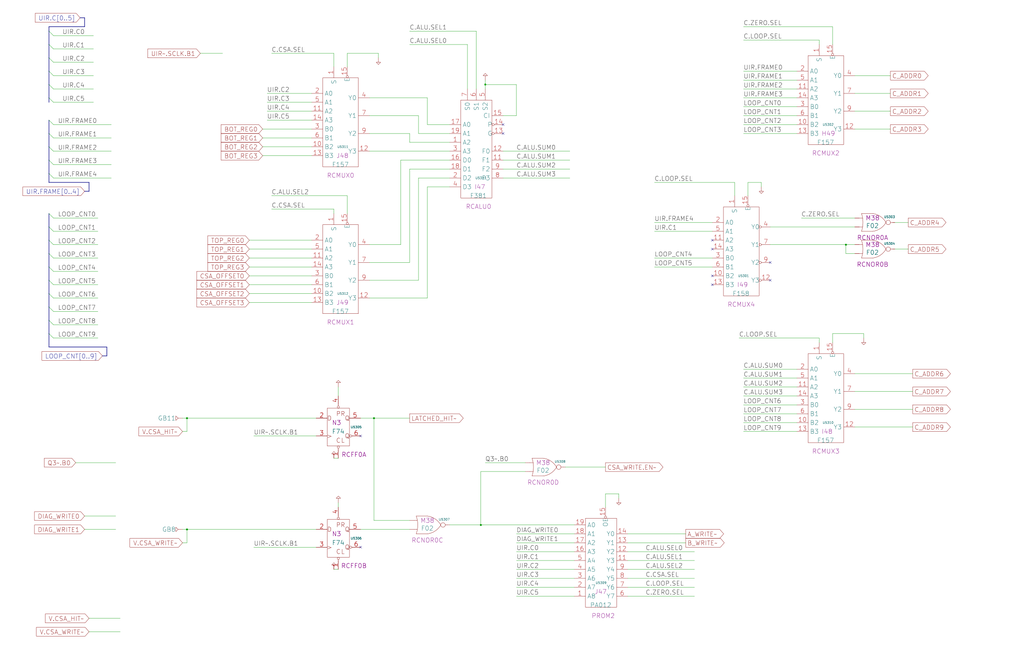
<source format=kicad_sch>
(kicad_sch (version 20250114) (generator "eeschema") (generator_version "9.0")
  (paper "User" 584.2 378.46)
  (title_block (title "REGISTER FILE CONTROL\\nC ADDRESS GENERATION") (date "22-MAR-90") (rev "1.0") (comment 1 "VALUE") (comment 2 "232-003063") (comment 3 "S400") (comment 4 "RELEASED"))
  (lib_symbols
    (symbol "r1000:F02" (pin_numbers (hide yes)) (pin_names (hide yes))
      (property "Reference" "U" (at 12.16 0.635 0))
      (property "Value" "F02" (at -1.27 -4.445 0))
      (property "Location" "___" (at 2.54 0 0))
      (property "Name" "______" (at 2.54 -12.7 0))
      (symbol "F02_0_1"
        (arc (start -3.81 2.54) (mid -2.9847 -2.54) (end -3.81 -7.62) (stroke (width 0.1524)))
        (polyline (pts (xy -5.08 0) (xy -3.175 0)) (stroke (width 0.1524)))
        (polyline (pts (xy -5.08 -5.08) (xy -3.175 -5.08)) (stroke (width 0.1524)))
        (polyline (pts (xy -3.81 2.54) (xy 2.54 2.54)) (stroke (width 0.1524)))
        (polyline (pts (xy -3.81 -7.62) (xy 2.54 -7.62)) (stroke (width 0.1524)))
        (arc (start 2.54 2.54) (mid 6.9477 0.8966) (end 10.16 -2.54) (stroke (width 0.1524)))
        (arc (start 10.16 -2.54) (mid 6.9515 -5.9823) (end 2.54 -7.62) (stroke (width 0.1524)))
        (circle (center 11.43 -2.54) (radius 1.27) (stroke (width 0.1524)))
        (polyline (pts (xy 13.97 -2.54) (xy 12.7 -2.54)) (stroke (width 0.1524)))
      )
      (symbol "F02_0_2"
        (circle (center -3.81 0) (radius 1.27) (stroke (width 0.1524)))
        (circle (center -3.81 -5.08) (radius 1.27) (stroke (width 0.1524)))
        (polyline (pts (xy -2.54 2.54) (xy -2.54 -7.62)) (stroke (width 0.1524)))
        (polyline (pts (xy -2.54 2.54) (xy 5.08 2.54)) (stroke (width 0.1524)))
        (polyline (pts (xy -2.54 -7.62) (xy 5.08 -7.62)) (stroke (width 0.1524)))
        (arc (start 5.08 2.54) (mid 10.1281 -2.54) (end 5.08 -7.62) (stroke (width 0.1524)))
        (polyline (pts (xy 11.43 -2.54) (xy 10.16 -2.54)) (stroke (width 0.1524)))
        (polyline (pts (xy 11.43 -2.54) (xy 12.7 -2.54)) (stroke (width 0.1524)))
      )
      (symbol "F02_1_1"
        (pin input line (at -7.62 0 0) (length 2.54) (name "D0") (number "1"))
        (pin input line (at -7.62 -5.08 0) (length 2.54) (name "D1") (number "2"))
        (pin output line (at 15.24 -2.54 180) (length 1.27) (name "Q") (number "3"))
      )
      (symbol "F02_1_2"
        (pin input line (at -7.62 0 0) (length 2.54) (name "D0") (number "1"))
        (pin input line (at -7.62 -5.08 0) (length 2.54) (name "D1") (number "2"))
        (pin output line (at 15.24 -2.54 180) (length 2.54) (name "Q") (number "3"))
      )
    )
    (symbol "r1000:F157" (pin_names (offset 1.016))
      (property "Reference" "U" (at 2.54 5.08 0))
      (property "Value" "F157" (at -3.81 -5.08 0))
      (property "Location" "___" (at -1.27 0 0))
      (property "Name" "______" (at 1.27 -12.7 0))
      (symbol "F157_1_1"
        (rectangle (start -8.89 44.45) (end 11.43 -6.35))
        (circle (center 5.08 45.085) (radius 0.635))
        (pin input line (at -15.24 35.56 0) (length 6.35) (name "A0") (number "2"))
        (pin input line (at -15.24 30.48 0) (length 6.35) (name "A1") (number "5"))
        (pin input line (at -15.24 25.4 0) (length 6.35) (name "A2") (number "11"))
        (pin input line (at -15.24 20.32 0) (length 6.35) (name "A3") (number "14"))
        (pin input line (at -15.24 15.24 0) (length 6.35) (name "B0") (number "3"))
        (pin input line (at -15.24 10.16 0) (length 6.35) (name "B1") (number "6"))
        (pin input line (at -15.24 5.08 0) (length 6.35) (name "B2") (number "10"))
        (pin input line (at -15.24 0 0) (length 6.35) (name "B3") (number "13"))
        (pin input line (at -2.54 50.8 270) (length 6.35) (name "S") (number "1"))
        (pin input line (at 5.08 50.8 270) (length 5.08) (name "E") (number "15"))
        (pin output line (at 17.78 33.02 180) (length 6.35) (name "Y0") (number "4"))
        (pin output line (at 17.78 22.86 180) (length 6.35) (name "Y1") (number "7"))
        (pin output line (at 17.78 12.7 180) (length 6.35) (name "Y2") (number "9"))
        (pin output line (at 17.78 2.54 180) (length 6.35) (name "Y3") (number "12"))
      )
    )
    (symbol "r1000:F158" (pin_names (offset 1.016))
      (property "Reference" "U" (at 2.54 5.08 0))
      (property "Value" "F158" (at -3.81 -5.08 0))
      (property "Location" "___" (at -1.27 0 0))
      (property "Name" "______" (at 1.27 -12.7 0))
      (symbol "F158_1_1"
        (rectangle (start -8.89 44.45) (end 11.43 -6.35))
        (circle (center 5.08 45.085) (radius 0.635))
        (circle (center 12.065 33.02) (radius 0.635))
        (circle (center 12.065 22.86) (radius 0.635))
        (circle (center 12.065 12.7) (radius 0.635))
        (circle (center 12.065 2.54) (radius 0.635))
        (pin input line (at -15.24 35.56 0) (length 6.35) (name "A0") (number "2"))
        (pin input line (at -15.24 30.48 0) (length 6.35) (name "A1") (number "5"))
        (pin input line (at -15.24 25.4 0) (length 6.35) (name "A2") (number "11"))
        (pin input line (at -15.24 20.32 0) (length 6.35) (name "A3") (number "14"))
        (pin input line (at -15.24 15.24 0) (length 6.35) (name "B0") (number "3"))
        (pin input line (at -15.24 10.16 0) (length 6.35) (name "B1") (number "6"))
        (pin input line (at -15.24 5.08 0) (length 6.35) (name "B2") (number "10"))
        (pin input line (at -15.24 0 0) (length 6.35) (name "B3") (number "13"))
        (pin input line (at -2.54 50.8 270) (length 6.35) (name "S") (number "1"))
        (pin input line (at 5.08 50.8 270) (length 5.08) (name "E") (number "15"))
        (pin output line (at 17.78 33.02 180) (length 5.08) (name "Y0") (number "4"))
        (pin output line (at 17.78 22.86 180) (length 5.08) (name "Y1") (number "7"))
        (pin output line (at 17.78 12.7 180) (length 5.08) (name "Y2") (number "9"))
        (pin output line (at 17.78 2.54 180) (length 5.08) (name "Y3") (number "12"))
      )
    )
    (symbol "r1000:F381" (pin_names (offset 1.016))
      (property "Reference" "U" (at 2.54 5.08 0))
      (property "Value" "F381" (at -3.81 -5.08 0))
      (property "Location" "___" (at -1.27 0 0))
      (property "Name" "______" (at 1.27 -12.7 0))
      (symbol "F381_1_1"
        (rectangle (start -8.89 49.53) (end 8.89 -6.35))
        (circle (center 9.525 35.56) (radius 0.635))
        (circle (center 9.525 30.48) (radius 0.635))
        (pin input line (at -15.24 35.56 0) (length 6.35) (name "A0") (number "17"))
        (pin input line (at -15.24 30.48 0) (length 6.35) (name "A1") (number "19"))
        (pin input line (at -15.24 25.4 0) (length 6.35) (name "A2") (number "1"))
        (pin input line (at -15.24 20.32 0) (length 6.35) (name "A3") (number "3"))
        (pin input line (at -15.24 15.24 0) (length 6.35) (name "D0") (number "16"))
        (pin input line (at -15.24 10.16 0) (length 6.35) (name "D1") (number "18"))
        (pin input line (at -15.24 5.08 0) (length 6.35) (name "D2") (number "2"))
        (pin input line (at -15.24 0 0) (length 6.35) (name "D3") (number "4"))
        (pin input line (at -5.08 55.88 270) (length 6.35) (name "S0") (number "7"))
        (pin input line (at 0 55.88 270) (length 6.35) (name "S1") (number "6"))
        (pin input line (at 5.08 55.88 270) (length 6.35) (name "S2") (number "5"))
        (pin input line (at 15.24 40.64 180) (length 6.35) (name "CI") (number "15"))
        (pin output line (at 15.24 35.56 180) (length 5.08) (name "P") (number "14"))
        (pin output line (at 15.24 30.48 180) (length 5.08) (name "G") (number "13"))
        (pin output line (at 15.24 20.32 180) (length 6.35) (name "F0") (number "12"))
        (pin output line (at 15.24 15.24 180) (length 6.35) (name "F1") (number "11"))
        (pin output line (at 15.24 10.16 180) (length 6.35) (name "F2") (number "9"))
        (pin output line (at 15.24 5.08 180) (length 6.35) (name "F3") (number "8"))
      )
    )
    (symbol "r1000:F74" (pin_names (offset 1.016) (hide yes))
      (property "Reference" "U" (at 12.7 -2.54 0))
      (property "Value" "F74" (at -1.27 -5.08 0))
      (property "Location" "___" (at -1.27 0 0))
      (property "Name" "______" (at 11.43 -19.685 0))
      (symbol "F74_0_1"
        (rectangle (start -3.81 8.255) (end 8.89 -13.335) (stroke (width 0.1524)))
        (polyline (pts (xy 2.54 10.16) (xy 2.54 9.525)) (stroke (width 0.1524)))
        (polyline (pts (xy 2.54 -15.24) (xy 2.54 -14.605)) (stroke (width 0.1524)))
      )
      (symbol "F74_1_1"
        (circle (center 2.54 8.89) (radius 0.635))
        (circle (center 2.54 -13.97) (radius 0.635))
        (circle (center 9.525 -7.62) (radius 0.635))
        (text "D" (at -2.54 2.54 0) (effects (font (size 2.54 2.54))))
        (text ">" (at -2.54 -7.62 0) (effects (font (size 2.54 2.54))))
        (text "P" (at 2.54 5.08 0) (effects (font (size 2.54 2.54))))
        (text "C" (at 2.54 -10.16 0) (effects (font (size 2.54 2.54))))
        (text "R" (at 5.08 5.08 0) (effects (font (size 2.54 2.54))))
        (text "L" (at 5.08 -10.16 0) (effects (font (size 2.54 2.54))))
        (text "Q" (at 7.62 2.54 0) (effects (font (size 2.54 2.54))))
        (text "Q" (at 7.62 -7.62 0) (effects (font (size 2.54 2.54))))
        (pin input line (at -10.16 2.54 0) (length 6.35) (name "D") (number "2"))
        (pin input line (at -10.16 -7.62 0) (length 6.35) (name "CLK") (number "3"))
        (pin input line (at 2.54 15.24 270) (length 5.08) (name "PR_") (number "4"))
        (pin input line (at 2.54 -20.32 90) (length 5.08) (name "CL_") (number "1"))
        (pin output line (at 15.24 2.54 180) (length 6.35) (name "Q") (number "5"))
        (pin output line (at 15.24 -7.62 180) (length 5.08) (name "Q_") (number "6"))
      )
    )
    (symbol "r1000:GB" (pin_numbers (hide yes)) (pin_names (offset 0) (hide yes))
      (property "Reference" "GB" (at 3.81 0 0))
      (symbol "GB_0_1"
        (polyline (pts (xy 2.54 0) (xy 3.81 1.27) (xy 3.81 -1.27) (xy 2.54 0)) (stroke (width 0.1524)))
      )
      (symbol "GB_1_1"
        (pin bidirectional line (at 0 0 0) (length 2.54) (name "") (number "1"))
      )
    )
    (symbol "r1000:PAxxx" (pin_names (offset 1.016))
      (property "Reference" "U" (at 2.54 5.08 0))
      (property "Value" "PAxxx" (at -3.81 -7.62 0))
      (property "Location" "___" (at -1.27 0 0))
      (property "Name" "______" (at 3.81 -15.24 0))
      (symbol "PAxxx_1_1"
        (rectangle (start -6.35 41.91) (end 11.43 -8.89))
        (circle (center 5.08 42.545) (radius 0.635))
        (pin input line (at -12.7 38.1 0) (length 6.35) (name "A0") (number "19"))
        (pin input line (at -12.7 33.02 0) (length 6.35) (name "A1") (number "18"))
        (pin input line (at -12.7 27.94 0) (length 6.35) (name "A2") (number "17"))
        (pin input line (at -12.7 22.86 0) (length 6.35) (name "A3") (number "16"))
        (pin input line (at -12.7 17.78 0) (length 6.35) (name "A4") (number "5"))
        (pin input line (at -12.7 12.7 0) (length 6.35) (name "A5") (number "4"))
        (pin input line (at -12.7 7.62 0) (length 6.35) (name "A6") (number "3"))
        (pin input line (at -12.7 2.54 0) (length 6.35) (name "A7") (number "2"))
        (pin input line (at -12.7 -2.54 0) (length 6.35) (name "A8") (number "1"))
        (pin input line (at 5.08 48.26 270) (length 5.08) (name "OE") (number "15"))
        (pin tri_state line (at 17.78 33.02 180) (length 6.35) (name "Y0") (number "14"))
        (pin tri_state line (at 17.78 27.94 180) (length 6.35) (name "Y1") (number "13"))
        (pin tri_state line (at 17.78 22.86 180) (length 6.35) (name "Y2") (number "12"))
        (pin tri_state line (at 17.78 17.78 180) (length 6.35) (name "Y3") (number "11"))
        (pin tri_state line (at 17.78 12.7 180) (length 6.35) (name "Y4") (number "9"))
        (pin tri_state line (at 17.78 7.62 180) (length 6.35) (name "Y5") (number "8"))
        (pin tri_state line (at 17.78 2.54 180) (length 6.35) (name "Y6") (number "7"))
        (pin tri_state line (at 17.78 -2.54 180) (length 6.35) (name "Y7") (number "6"))
      )
    )
    (symbol "r1000:PD" (power) (pin_numbers (hide yes)) (pin_names (hide yes)) (in_bom no)
      (symbol "PD_0_1"
        (polyline (pts (xy 0 -2.54) (xy 1.27 -2.54) (xy 0 -3.81) (xy -1.27 -2.54) (xy 0 -2.54)) (stroke (width 0.1524)))
      )
      (symbol "PD_1_1"
        (pin power_in line (at 0 0 270) (length 2.54) (name "PD") (number "1"))
      )
    )
    (symbol "r1000:PU" (power) (pin_numbers (hide yes)) (pin_names (hide yes))
      (symbol "PU_0_1"
        (polyline (pts (xy 0 2.54) (xy -1.27 2.54) (xy 0 3.81) (xy 1.27 2.54) (xy 0 2.54)) (stroke (width 0.1524)))
      )
      (symbol "PU_1_1"
        (pin power_in line (at 0 0 90) (length 2.54) (name "PU") (number "1"))
      )
    )
  )
  (junction (at 106.68 302.26))
  (junction (at 276.86 48.26))
  (junction (at 213.36 238.76))
  (junction (at 274.32 299.72))
  (junction (at 106.68 238.76))
  (junction (at 482.6 139.7))
  (no_connect (at 406.4 137.16))
  (no_connect (at 205.74 312.42))
  (no_connect (at 406.4 162.56))
  (no_connect (at 287.02 76.2))
  (no_connect (at 406.4 142.24))
  (no_connect (at 205.74 248.92))
  (no_connect (at 439.42 160.02))
  (no_connect (at 439.42 149.86))
  (no_connect (at 406.4 157.48))
  (no_connect (at 287.02 71.12))
  (bus_entry (at 27.94 190.5) (size 2.54 2.54))
  (bus_entry (at 27.94 167.64) (size 2.54 2.54))
  (bus_entry (at 27.94 68.58) (size 2.54 2.54))
  (bus_entry (at 27.94 33.02) (size 2.54 2.54))
  (bus_entry (at 27.94 129.54) (size 2.54 2.54))
  (bus_entry (at 27.94 48.26) (size 2.54 2.54))
  (bus_entry (at 27.94 144.78) (size 2.54 2.54))
  (bus_entry (at 27.94 182.88) (size 2.54 2.54))
  (bus_entry (at 27.94 76.2) (size 2.54 2.54))
  (bus_entry (at 27.94 55.88) (size 2.54 2.54))
  (bus_entry (at 27.94 152.4) (size 2.54 2.54))
  (bus_entry (at 27.94 40.64) (size 2.54 2.54))
  (bus_entry (at 27.94 137.16) (size 2.54 2.54))
  (bus_entry (at 27.94 17.78) (size 2.54 2.54))
  (bus_entry (at 27.94 175.26) (size 2.54 2.54))
  (bus_entry (at 27.94 160.02) (size 2.54 2.54))
  (bus_entry (at 27.94 25.4) (size 2.54 2.54))
  (bus_entry (at 27.94 91.44) (size 2.54 2.54))
  (bus_entry (at 27.94 99.06) (size 2.54 2.54))
  (bus_entry (at 27.94 83.82) (size 2.54 2.54))
  (bus_entry (at 27.94 121.92) (size 2.54 2.54))
  (wire (pts (xy 30.48 58.42) (xy 53.34 58.42)))
  (wire (pts (xy 424.18 236.22) (xy 454.66 236.22)))
  (wire (pts (xy 467.36 22.86) (xy 467.36 25.4)))
  (wire (pts (xy 274.32 299.72) (xy 256.54 299.72)))
  (wire (pts (xy 424.18 71.12) (xy 454.66 71.12)))
  (wire (pts (xy 487.68 144.78) (xy 482.6 144.78)))
  (wire (pts (xy 30.48 147.32) (xy 55.88 147.32)))
  (wire (pts (xy 439.42 139.7) (xy 482.6 139.7)))
  (wire (pts (xy 30.48 35.56) (xy 53.34 35.56)))
  (wire (pts (xy 373.38 147.32) (xy 406.4 147.32)))
  (bus (pts (xy 27.94 33.02) (xy 27.94 40.64)))
  (bus (pts (xy 27.94 17.78) (xy 27.94 25.4)))
  (wire (pts (xy 487.68 73.66) (xy 508 73.66)))
  (wire (pts (xy 30.48 170.18) (xy 55.88 170.18)))
  (wire (pts (xy 190.5 119.38) (xy 190.5 121.92)))
  (wire (pts (xy 190.5 30.48) (xy 190.5 38.1)))
  (bus (pts (xy 27.94 144.78) (xy 27.94 152.4)))
  (wire (pts (xy 233.68 297.18) (xy 213.36 297.18)))
  (wire (pts (xy 149.86 78.74) (xy 177.8 78.74)))
  (wire (pts (xy 30.48 193.04) (xy 55.88 193.04)))
  (wire (pts (xy 104.14 246.38) (xy 106.68 246.38)))
  (wire (pts (xy 144.78 312.42) (xy 180.34 312.42)))
  (wire (pts (xy 142.24 172.72) (xy 177.8 172.72)))
  (wire (pts (xy 424.18 40.64) (xy 454.66 40.64)))
  (bus (pts (xy 27.94 152.4) (xy 27.94 160.02)))
  (wire (pts (xy 228.6 139.7) (xy 228.6 91.44)))
  (wire (pts (xy 190.5 261.62) (xy 193.04 261.62)))
  (wire (pts (xy 213.36 297.18) (xy 213.36 238.76)))
  (wire (pts (xy 210.82 86.36) (xy 256.54 86.36)))
  (wire (pts (xy 198.12 30.48) (xy 198.12 38.1)))
  (wire (pts (xy 276.86 48.26) (xy 276.86 50.8)))
  (wire (pts (xy 482.6 144.78) (xy 482.6 139.7)))
  (bus (pts (xy 27.94 68.58) (xy 27.94 76.2)))
  (wire (pts (xy 287.02 101.6) (xy 325.12 101.6)))
  (wire (pts (xy 149.86 88.9) (xy 177.8 88.9)))
  (wire (pts (xy 276.86 48.26) (xy 294.64 48.26)))
  (wire (pts (xy 487.68 53.34) (xy 508 53.34)))
  (wire (pts (xy 149.86 73.66) (xy 177.8 73.66)))
  (bus (pts (xy 45.72 10.16) (xy 48.26 10.16)))
  (bus (pts (xy 48.26 109.22) (xy 50.8 109.22)))
  (wire (pts (xy 233.68 96.52) (xy 233.68 149.86)))
  (wire (pts (xy 424.18 22.86) (xy 467.36 22.86)))
  (wire (pts (xy 243.84 71.12) (xy 256.54 71.12)))
  (wire (pts (xy 30.48 132.08) (xy 55.88 132.08)))
  (bus (pts (xy 27.94 91.44) (xy 27.94 99.06)))
  (wire (pts (xy 233.68 17.78) (xy 271.78 17.78)))
  (wire (pts (xy 30.48 20.32) (xy 53.34 20.32)))
  (wire (pts (xy 299.72 269.24) (xy 274.32 269.24)))
  (bus (pts (xy 27.94 83.82) (xy 27.94 91.44)))
  (wire (pts (xy 106.68 246.38) (xy 106.68 238.76)))
  (wire (pts (xy 358.14 340.36) (xy 396.24 340.36)))
  (wire (pts (xy 474.98 15.24) (xy 474.98 25.4)))
  (wire (pts (xy 294.64 325.12) (xy 327.66 325.12)))
  (wire (pts (xy 233.68 81.28) (xy 256.54 81.28)))
  (wire (pts (xy 373.38 152.4) (xy 406.4 152.4)))
  (wire (pts (xy 30.48 86.36) (xy 63.5 86.36)))
  (wire (pts (xy 154.94 30.48) (xy 190.5 30.48)))
  (wire (pts (xy 243.84 55.88) (xy 243.84 71.12)))
  (wire (pts (xy 238.76 101.6) (xy 256.54 101.6)))
  (wire (pts (xy 142.24 137.16) (xy 177.8 137.16)))
  (wire (pts (xy 358.14 330.2) (xy 396.24 330.2)))
  (wire (pts (xy 50.8 353.06) (xy 68.58 353.06)))
  (wire (pts (xy 210.82 139.7) (xy 228.6 139.7)))
  (wire (pts (xy 271.78 17.78) (xy 271.78 50.8)))
  (wire (pts (xy 50.8 360.68) (xy 68.58 360.68)))
  (wire (pts (xy 467.36 193.04) (xy 467.36 195.58)))
  (wire (pts (xy 287.02 96.52) (xy 325.12 96.52)))
  (wire (pts (xy 210.82 66.04) (xy 238.76 66.04)))
  (wire (pts (xy 294.64 320.04) (xy 327.66 320.04)))
  (wire (pts (xy 30.48 177.8) (xy 55.88 177.8)))
  (wire (pts (xy 152.4 68.58) (xy 177.8 68.58)))
  (bus (pts (xy 48.26 10.16) (xy 48.26 15.24)))
  (bus (pts (xy 50.8 104.14) (xy 27.94 104.14)))
  (bus (pts (xy 27.94 160.02) (xy 27.94 167.64)))
  (wire (pts (xy 294.64 340.36) (xy 327.66 340.36)))
  (wire (pts (xy 205.74 302.26) (xy 233.68 302.26)))
  (wire (pts (xy 358.14 320.04) (xy 396.24 320.04)))
  (wire (pts (xy 104.14 309.88) (xy 106.68 309.88)))
  (wire (pts (xy 487.68 243.84) (xy 520.7 243.84)))
  (wire (pts (xy 373.38 132.08) (xy 406.4 132.08)))
  (bus (pts (xy 27.94 40.64) (xy 27.94 48.26)))
  (wire (pts (xy 373.38 127) (xy 406.4 127)))
  (wire (pts (xy 243.84 106.68) (xy 243.84 170.18)))
  (wire (pts (xy 142.24 157.48) (xy 177.8 157.48)))
  (wire (pts (xy 106.68 302.26) (xy 180.34 302.26)))
  (bus (pts (xy 50.8 109.22) (xy 50.8 104.14)))
  (bus (pts (xy 27.94 137.16) (xy 27.94 144.78)))
  (wire (pts (xy 142.24 167.64) (xy 177.8 167.64)))
  (wire (pts (xy 142.24 162.56) (xy 177.8 162.56)))
  (wire (pts (xy 193.04 287.02) (xy 193.04 289.56)))
  (wire (pts (xy 106.68 309.88) (xy 106.68 302.26)))
  (wire (pts (xy 287.02 91.44) (xy 325.12 91.44)))
  (wire (pts (xy 274.32 269.24) (xy 274.32 299.72)))
  (wire (pts (xy 424.18 246.38) (xy 454.66 246.38)))
  (wire (pts (xy 106.68 302.26) (xy 104.14 302.26)))
  (wire (pts (xy 424.18 60.96) (xy 454.66 60.96)))
  (bus (pts (xy 27.94 76.2) (xy 27.94 83.82)))
  (wire (pts (xy 256.54 96.52) (xy 233.68 96.52)))
  (wire (pts (xy 487.68 233.68) (xy 520.7 233.68)))
  (wire (pts (xy 358.14 335.28) (xy 396.24 335.28)))
  (wire (pts (xy 30.48 50.8) (xy 53.34 50.8)))
  (wire (pts (xy 243.84 170.18) (xy 210.82 170.18)))
  (wire (pts (xy 294.64 304.8) (xy 327.66 304.8)))
  (wire (pts (xy 294.64 314.96) (xy 327.66 314.96)))
  (wire (pts (xy 48.26 294.64) (xy 66.04 294.64)))
  (wire (pts (xy 233.68 76.2) (xy 233.68 81.28)))
  (wire (pts (xy 492.76 190.5) (xy 474.98 190.5)))
  (wire (pts (xy 424.18 76.2) (xy 454.66 76.2)))
  (wire (pts (xy 266.7 25.4) (xy 266.7 50.8)))
  (wire (pts (xy 106.68 238.76) (xy 180.34 238.76)))
  (wire (pts (xy 492.76 193.04) (xy 492.76 190.5)))
  (wire (pts (xy 434.34 106.68) (xy 434.34 104.14)))
  (wire (pts (xy 358.14 304.8) (xy 391.16 304.8)))
  (wire (pts (xy 238.76 66.04) (xy 238.76 76.2)))
  (wire (pts (xy 419.1 104.14) (xy 419.1 111.76)))
  (wire (pts (xy 424.18 50.8) (xy 454.66 50.8)))
  (wire (pts (xy 510.54 142.24) (xy 518.16 142.24)))
  (wire (pts (xy 487.68 223.52) (xy 520.7 223.52)))
  (wire (pts (xy 30.48 154.94) (xy 55.88 154.94)))
  (wire (pts (xy 424.18 15.24) (xy 474.98 15.24)))
  (wire (pts (xy 233.68 149.86) (xy 210.82 149.86)))
  (wire (pts (xy 424.18 66.04) (xy 454.66 66.04)))
  (bus (pts (xy 27.94 190.5) (xy 27.94 198.12)))
  (wire (pts (xy 114.3 30.48) (xy 127 30.48)))
  (wire (pts (xy 294.64 66.04) (xy 287.02 66.04)))
  (wire (pts (xy 294.64 335.28) (xy 327.66 335.28)))
  (wire (pts (xy 238.76 160.02) (xy 238.76 101.6)))
  (wire (pts (xy 30.48 78.74) (xy 63.5 78.74)))
  (wire (pts (xy 424.18 210.82) (xy 454.66 210.82)))
  (wire (pts (xy 43.18 264.16) (xy 66.04 264.16)))
  (wire (pts (xy 215.9 33.02) (xy 215.9 30.48)))
  (bus (pts (xy 27.94 129.54) (xy 27.94 137.16)))
  (wire (pts (xy 210.82 55.88) (xy 243.84 55.88)))
  (wire (pts (xy 152.4 53.34) (xy 177.8 53.34)))
  (wire (pts (xy 274.32 299.72) (xy 327.66 299.72)))
  (wire (pts (xy 30.48 71.12) (xy 63.5 71.12)))
  (bus (pts (xy 27.94 99.06) (xy 27.94 104.14)))
  (wire (pts (xy 106.68 238.76) (xy 104.14 238.76)))
  (wire (pts (xy 30.48 101.6) (xy 63.5 101.6)))
  (wire (pts (xy 439.42 129.54) (xy 487.68 129.54)))
  (wire (pts (xy 353.06 284.48) (xy 353.06 281.94)))
  (wire (pts (xy 238.76 76.2) (xy 256.54 76.2)))
  (wire (pts (xy 373.38 104.14) (xy 419.1 104.14)))
  (wire (pts (xy 424.18 220.98) (xy 454.66 220.98)))
  (wire (pts (xy 210.82 160.02) (xy 238.76 160.02)))
  (wire (pts (xy 142.24 142.24) (xy 177.8 142.24)))
  (wire (pts (xy 424.18 241.3) (xy 454.66 241.3)))
  (bus (pts (xy 60.96 203.2) (xy 60.96 198.12)))
  (wire (pts (xy 424.18 215.9) (xy 454.66 215.9)))
  (wire (pts (xy 294.64 330.2) (xy 327.66 330.2)))
  (wire (pts (xy 358.14 314.96) (xy 396.24 314.96)))
  (wire (pts (xy 322.58 266.7) (xy 345.44 266.7)))
  (wire (pts (xy 426.72 104.14) (xy 426.72 111.76)))
  (wire (pts (xy 152.4 58.42) (xy 177.8 58.42)))
  (wire (pts (xy 198.12 111.76) (xy 198.12 121.92)))
  (wire (pts (xy 345.44 281.94) (xy 345.44 289.56)))
  (wire (pts (xy 215.9 30.48) (xy 198.12 30.48)))
  (bus (pts (xy 27.94 48.26) (xy 27.94 55.88)))
  (wire (pts (xy 487.68 43.18) (xy 508 43.18)))
  (wire (pts (xy 152.4 63.5) (xy 177.8 63.5)))
  (wire (pts (xy 276.86 264.16) (xy 299.72 264.16)))
  (wire (pts (xy 30.48 27.94) (xy 53.34 27.94)))
  (wire (pts (xy 353.06 281.94) (xy 345.44 281.94)))
  (wire (pts (xy 142.24 152.4) (xy 177.8 152.4)))
  (bus (pts (xy 27.94 25.4) (xy 27.94 33.02)))
  (wire (pts (xy 30.48 93.98) (xy 63.5 93.98)))
  (wire (pts (xy 149.86 83.82) (xy 177.8 83.82)))
  (wire (pts (xy 142.24 147.32) (xy 177.8 147.32)))
  (wire (pts (xy 424.18 231.14) (xy 454.66 231.14)))
  (wire (pts (xy 487.68 63.5) (xy 508 63.5)))
  (bus (pts (xy 27.94 167.64) (xy 27.94 175.26)))
  (wire (pts (xy 154.94 111.76) (xy 198.12 111.76)))
  (wire (pts (xy 421.64 193.04) (xy 467.36 193.04)))
  (wire (pts (xy 190.5 325.12) (xy 193.04 325.12)))
  (wire (pts (xy 256.54 106.68) (xy 243.84 106.68)))
  (wire (pts (xy 276.86 45.72) (xy 276.86 48.26)))
  (wire (pts (xy 30.48 43.18) (xy 53.34 43.18)))
  (wire (pts (xy 193.04 220.98) (xy 193.04 226.06)))
  (wire (pts (xy 358.14 309.88) (xy 391.16 309.88)))
  (wire (pts (xy 424.18 226.06) (xy 454.66 226.06)))
  (wire (pts (xy 474.98 190.5) (xy 474.98 195.58)))
  (wire (pts (xy 210.82 76.2) (xy 233.68 76.2)))
  (wire (pts (xy 510.54 127) (xy 518.16 127)))
  (wire (pts (xy 205.74 238.76) (xy 213.36 238.76)))
  (wire (pts (xy 287.02 86.36) (xy 325.12 86.36)))
  (wire (pts (xy 30.48 185.42) (xy 55.88 185.42)))
  (wire (pts (xy 482.6 139.7) (xy 487.68 139.7)))
  (bus (pts (xy 58.42 203.2) (xy 60.96 203.2)))
  (wire (pts (xy 424.18 55.88) (xy 454.66 55.88)))
  (wire (pts (xy 228.6 91.44) (xy 256.54 91.44)))
  (wire (pts (xy 30.48 124.46) (xy 55.88 124.46)))
  (bus (pts (xy 27.94 55.88) (xy 27.94 58.42)))
  (bus (pts (xy 27.94 121.92) (xy 27.94 129.54)))
  (wire (pts (xy 154.94 119.38) (xy 190.5 119.38)))
  (wire (pts (xy 457.2 124.46) (xy 487.68 124.46)))
  (wire (pts (xy 487.68 213.36) (xy 520.7 213.36)))
  (wire (pts (xy 233.68 25.4) (xy 266.7 25.4)))
  (wire (pts (xy 434.34 104.14) (xy 426.72 104.14)))
  (bus (pts (xy 27.94 182.88) (xy 27.94 190.5)))
  (bus (pts (xy 27.94 175.26) (xy 27.94 182.88)))
  (wire (pts (xy 144.78 248.92) (xy 180.34 248.92)))
  (wire (pts (xy 30.48 139.7) (xy 55.88 139.7)))
  (wire (pts (xy 213.36 238.76) (xy 233.68 238.76)))
  (wire (pts (xy 294.64 48.26) (xy 294.64 66.04)))
  (wire (pts (xy 48.26 302.26) (xy 66.04 302.26)))
  (wire (pts (xy 358.14 325.12) (xy 396.24 325.12)))
  (wire (pts (xy 424.18 45.72) (xy 454.66 45.72)))
  (wire (pts (xy 294.64 309.88) (xy 327.66 309.88)))
  (bus (pts (xy 27.94 15.24) (xy 27.94 17.78)))
  (bus (pts (xy 60.96 198.12) (xy 27.94 198.12)))
  (wire (pts (xy 30.48 162.56) (xy 55.88 162.56)))
  (bus (pts (xy 48.26 15.24) (xy 27.94 15.24)))
  (label "LOOP_CNT7" (at 33.02 177.8 0) (effects (font (size 2.54 2.54))))
  (label "UIR.C5" (at 294.64 340.36 0) (effects (font (size 2.54 2.54))))
  (label "UIR.C0" (at 294.64 314.96 0) (effects (font (size 2.54 2.54))))
  (label "UIR.C4" (at 294.64 335.28 0) (effects (font (size 2.54 2.54))))
  (label "C.LOOP.SEL" (at 424.18 22.86 0) (effects (font (size 2.54 2.54))))
  (label "C.ZERO.SEL" (at 457.2 124.46 0) (effects (font (size 2.54 2.54))))
  (label "UIR.C1" (at 373.38 132.08 0) (effects (font (size 2.54 2.54))))
  (label "LOOP_CNT1" (at 424.18 66.04 0) (effects (font (size 2.54 2.54))))
  (label "LOOP_CNT2" (at 33.02 139.7 0) (effects (font (size 2.54 2.54))))
  (label "LOOP_CNT3" (at 33.02 147.32 0) (effects (font (size 2.54 2.54))))
  (label "DIAG_WRITE0" (at 294.64 304.8 0) (effects (font (size 2.54 2.54))))
  (label "UIR.C3" (at 152.4 58.42 0) (effects (font (size 2.54 2.54))))
  (label "C.ALU.SEL1" (at 233.68 17.78 0) (effects (font (size 2.54 2.54))))
  (label "UIR.FRAME3" (at 424.18 55.88 0) (effects (font (size 2.54 2.54))))
  (label "UIR.FRAME2" (at 33.02 86.36 0) (effects (font (size 2.54 2.54))))
  (label "UIR.FRAME2" (at 424.18 50.8 0) (effects (font (size 2.54 2.54))))
  (label "UIR.FRAME4" (at 373.38 127 0) (effects (font (size 2.54 2.54))))
  (label "C.ALU.SUM2" (at 424.18 220.98 0) (effects (font (size 2.54 2.54))))
  (label "C.ALU.SUM3" (at 294.64 101.6 0) (effects (font (size 2.54 2.54))))
  (label "UIR.FRAME0" (at 424.18 40.64 0) (effects (font (size 2.54 2.54))))
  (label "LOOP_CNT9" (at 33.02 193.04 0) (effects (font (size 2.54 2.54))))
  (label "LOOP_CNT0" (at 424.18 60.96 0) (effects (font (size 2.54 2.54))))
  (label "C.ALU.SEL2" (at 154.94 111.76 0) (effects (font (size 2.54 2.54))))
  (label "C.ALU.SUM3" (at 424.18 226.06 0) (effects (font (size 2.54 2.54))))
  (label "C.LOOP.SEL" (at 368.3 335.28 0) (effects (font (size 2.54 2.54))))
  (label "LOOP_CNT2" (at 424.18 71.12 0) (effects (font (size 2.54 2.54))))
  (label "C.CSA.SEL" (at 368.3 330.2 0) (effects (font (size 2.54 2.54))))
  (label "C.ALU.SUM1" (at 294.64 91.44 0) (effects (font (size 2.54 2.54))))
  (label "C.ALU.SEL1" (at 368.3 320.04 0) (effects (font (size 2.54 2.54))))
  (label "C.ALU.SUM0" (at 294.64 86.36 0) (effects (font (size 2.54 2.54))))
  (label "UIR.C2" (at 35.56 35.56 0) (effects (font (size 2.54 2.54))))
  (label "UIR.C4" (at 152.4 63.5 0) (effects (font (size 2.54 2.54))))
  (label "LOOP_CNT7" (at 424.18 236.22 0) (effects (font (size 2.54 2.54))))
  (label "UIR~.SCLK.B1" (at 144.78 312.42 0) (effects (font (size 2.54 2.54))))
  (label "UIR.FRAME1" (at 33.02 78.74 0) (effects (font (size 2.54 2.54))))
  (label "UIR.C3" (at 35.56 43.18 0) (effects (font (size 2.54 2.54))))
  (label "C.CSA.SEL" (at 154.94 30.48 0) (effects (font (size 2.54 2.54))))
  (label "LOOP_CNT6" (at 33.02 170.18 0) (effects (font (size 2.54 2.54))))
  (label "LOOP_CNT4" (at 33.02 154.94 0) (effects (font (size 2.54 2.54))))
  (label "C.CSA.SEL" (at 154.94 119.38 0) (effects (font (size 2.54 2.54))))
  (label "UIR.C0" (at 35.56 20.32 0) (effects (font (size 2.54 2.54))))
  (label "LOOP_CNT0" (at 33.02 124.46 0) (effects (font (size 2.54 2.54))))
  (label "LOOP_CNT1" (at 33.02 132.08 0) (effects (font (size 2.54 2.54))))
  (label "UIR.C5" (at 35.56 58.42 0) (effects (font (size 2.54 2.54))))
  (label "C.ALU.SEL2" (at 368.3 325.12 0) (effects (font (size 2.54 2.54))))
  (label "LOOP_CNT8" (at 424.18 241.3 0) (effects (font (size 2.54 2.54))))
  (label "C.LOOP.SEL" (at 373.38 104.14 0) (effects (font (size 2.54 2.54))))
  (label "C.ALU.SEL0" (at 233.68 25.4 0) (effects (font (size 2.54 2.54))))
  (label "C.ALU.SUM0" (at 424.18 210.82 0) (effects (font (size 2.54 2.54))))
  (label "C.ALU.SEL0" (at 368.3 314.96 0) (effects (font (size 2.54 2.54))))
  (label "LOOP_CNT9" (at 424.18 246.38 0) (effects (font (size 2.54 2.54))))
  (label "LOOP_CNT4" (at 373.38 147.32 0) (effects (font (size 2.54 2.54))))
  (label "LOOP_CNT3" (at 424.18 76.2 0) (effects (font (size 2.54 2.54))))
  (label "Q3~.B0" (at 276.86 264.16 0) (effects (font (size 2.54 2.54))))
  (label "UIR.FRAME1" (at 424.18 45.72 0) (effects (font (size 2.54 2.54))))
  (label "UIR.C2" (at 294.64 325.12 0) (effects (font (size 2.54 2.54))))
  (label "DIAG_WRITE1" (at 294.64 309.88 0) (effects (font (size 2.54 2.54))))
  (label "LOOP_CNT5" (at 33.02 162.56 0) (effects (font (size 2.54 2.54))))
  (label "UIR.C2" (at 152.4 53.34 0) (effects (font (size 2.54 2.54))))
  (label "UIR.FRAME3" (at 33.02 93.98 0) (effects (font (size 2.54 2.54))))
  (label "UIR.C3" (at 294.64 330.2 0) (effects (font (size 2.54 2.54))))
  (label "UIR.C1" (at 294.64 320.04 0) (effects (font (size 2.54 2.54))))
  (label "LOOP_CNT6" (at 424.18 231.14 0) (effects (font (size 2.54 2.54))))
  (label "UIR.C1" (at 35.56 27.94 0) (effects (font (size 2.54 2.54))))
  (label "C.LOOP.SEL" (at 421.64 193.04 0) (effects (font (size 2.54 2.54))))
  (label "C.ZERO.SEL" (at 424.18 15.24 0) (effects (font (size 2.54 2.54))))
  (label "C.ALU.SUM2" (at 294.64 96.52 0) (effects (font (size 2.54 2.54))))
  (label "C.ALU.SUM1" (at 424.18 215.9 0) (effects (font (size 2.54 2.54))))
  (label "UIR.FRAME4" (at 33.02 101.6 0) (effects (font (size 2.54 2.54))))
  (label "LOOP_CNT8" (at 33.02 185.42 0) (effects (font (size 2.54 2.54))))
  (label "UIR.C5" (at 152.4 68.58 0) (effects (font (size 2.54 2.54))))
  (label "C.ZERO.SEL" (at 368.3 340.36 0) (effects (font (size 2.54 2.54))))
  (label "UIR.FRAME0" (at 33.02 71.12 0) (effects (font (size 2.54 2.54))))
  (label "LOOP_CNT5" (at 373.38 152.4 0) (effects (font (size 2.54 2.54))))
  (label "UIR~.SCLK.B1" (at 144.78 248.92 0) (effects (font (size 2.54 2.54))))
  (label "UIR.C4" (at 35.56 50.8 0) (effects (font (size 2.54 2.54))))
  (global_label "C_ADDR3" (shape output) (at 508 73.66 0) (effects (font (size 2.54 2.54))) (property "Intersheetrefs" "${INTERSHEET_REFS}" (at 529.5174 73.5013 0) (effects (font (size 1.905 1.905)) (justify left))))
  (global_label "C_ADDR1" (shape output) (at 508 53.34 0) (effects (font (size 2.54 2.54))) (property "Intersheetrefs" "${INTERSHEET_REFS}" (at 529.5174 53.1813 0) (effects (font (size 1.905 1.905)) (justify left))))
  (global_label "V.CSA_WRITE~" (shape input) (at 50.8 360.68 180) (effects (font (size 2.54 2.54))) (property "Intersheetrefs" "${INTERSHEET_REFS}" (at 20.8159 360.5213 0) (effects (font (size 1.905 1.905)) (justify right))))
  (global_label "C_ADDR8" (shape output) (at 520.7 233.68 0) (effects (font (size 2.54 2.54))) (property "Intersheetrefs" "${INTERSHEET_REFS}" (at 542.2174 233.5213 0) (effects (font (size 1.905 1.905)) (justify left))))
  (global_label "C_ADDR4" (shape output) (at 518.16 127 0) (effects (font (size 2.54 2.54))) (property "Intersheetrefs" "${INTERSHEET_REFS}" (at 539.6774 126.8413 0) (effects (font (size 1.905 1.905)) (justify left))))
  (global_label "C_ADDR7" (shape output) (at 520.7 223.52 0) (effects (font (size 2.54 2.54))) (property "Intersheetrefs" "${INTERSHEET_REFS}" (at 542.2174 223.3613 0) (effects (font (size 1.905 1.905)) (justify left))))
  (global_label "Q3~.B0" (shape input) (at 43.18 264.16 180) (effects (font (size 2.54 2.54))) (property "Intersheetrefs" "${INTERSHEET_REFS}" (at 25.2911 264.0013 0) (effects (font (size 1.905 1.905)) (justify right))))
  (global_label "UIR.FRAME[0..4]" (shape input) (at 48.26 109.22 180) (effects (font (size 2.54 2.54))) (property "Intersheetrefs" "${INTERSHEET_REFS}" (at 13.075 109.0613 0) (effects (font (size 1.905 1.905)) (justify right))))
  (global_label "UIR.C[0..5]" (shape input) (at 45.72 10.16 180) (effects (font (size 2.54 2.54))) (property "Intersheetrefs" "${INTERSHEET_REFS}" (at 20.0902 10.0013 0) (effects (font (size 1.905 1.905)) (justify right))))
  (global_label "TOP_REG2" (shape input) (at 142.24 147.32 180) (effects (font (size 2.54 2.54))) (property "Intersheetrefs" "${INTERSHEET_REFS}" (at 118.5454 147.1613 0) (effects (font (size 1.905 1.905)) (justify right))))
  (global_label "CSA_OFFSET1" (shape input) (at 142.24 162.56 180) (effects (font (size 2.54 2.54))) (property "Intersheetrefs" "${INTERSHEET_REFS}" (at 112.2559 162.4013 0) (effects (font (size 1.905 1.905)) (justify right))))
  (global_label "BOT_REG3" (shape input) (at 149.86 88.9 180) (effects (font (size 2.54 2.54))) (property "Intersheetrefs" "${INTERSHEET_REFS}" (at 126.1654 88.7413 0) (effects (font (size 1.905 1.905)) (justify right))))
  (global_label "BOT_REG1" (shape input) (at 149.86 78.74 180) (effects (font (size 2.54 2.54))) (property "Intersheetrefs" "${INTERSHEET_REFS}" (at 126.1654 78.5813 0) (effects (font (size 1.905 1.905)) (justify right))))
  (global_label "BOT_REG2" (shape input) (at 149.86 83.82 180) (effects (font (size 2.54 2.54))) (property "Intersheetrefs" "${INTERSHEET_REFS}" (at 126.1654 83.6613 0) (effects (font (size 1.905 1.905)) (justify right))))
  (global_label "TOP_REG1" (shape input) (at 142.24 142.24 180) (effects (font (size 2.54 2.54))) (property "Intersheetrefs" "${INTERSHEET_REFS}" (at 118.5454 142.0813 0) (effects (font (size 1.905 1.905)) (justify right))))
  (global_label "CSA_OFFSET2" (shape input) (at 142.24 167.64 180) (effects (font (size 2.54 2.54))) (property "Intersheetrefs" "${INTERSHEET_REFS}" (at 112.2559 167.4813 0) (effects (font (size 1.905 1.905)) (justify right))))
  (global_label "C_ADDR0" (shape output) (at 508 43.18 0) (effects (font (size 2.54 2.54))) (property "Intersheetrefs" "${INTERSHEET_REFS}" (at 529.5174 43.0213 0) (effects (font (size 1.905 1.905)) (justify left))))
  (global_label "DIAG_WRITE0" (shape input) (at 48.26 294.64 180) (effects (font (size 2.54 2.54))) (property "Intersheetrefs" "${INTERSHEET_REFS}" (at 19.7273 294.4813 0) (effects (font (size 1.905 1.905)) (justify right))))
  (global_label "B_WRITE~" (shape output) (at 391.16 309.88 0) (effects (font (size 2.54 2.54))) (property "Intersheetrefs" "${INTERSHEET_REFS}" (at 413.1612 309.7213 0) (effects (font (size 1.905 1.905)) (justify left))))
  (global_label "C_ADDR5" (shape output) (at 518.16 142.24 0) (effects (font (size 2.54 2.54))) (property "Intersheetrefs" "${INTERSHEET_REFS}" (at 539.6774 142.0813 0) (effects (font (size 1.905 1.905)) (justify left))))
  (global_label "C_ADDR6" (shape output) (at 520.7 213.36 0) (effects (font (size 2.54 2.54))) (property "Intersheetrefs" "${INTERSHEET_REFS}" (at 542.2174 213.2013 0) (effects (font (size 1.905 1.905)) (justify left))))
  (global_label "TOP_REG3" (shape input) (at 142.24 152.4 180) (effects (font (size 2.54 2.54))) (property "Intersheetrefs" "${INTERSHEET_REFS}" (at 118.5454 152.2413 0) (effects (font (size 1.905 1.905)) (justify right))))
  (global_label "A_WRITE~" (shape output) (at 391.16 304.8 0) (effects (font (size 2.54 2.54))) (property "Intersheetrefs" "${INTERSHEET_REFS}" (at 412.7984 304.6413 0) (effects (font (size 1.905 1.905)) (justify left))))
  (global_label "LATCHED_HIT~" (shape output) (at 233.68 238.76 0) (effects (font (size 2.54 2.54))) (property "Intersheetrefs" "${INTERSHEET_REFS}" (at 264.2689 238.6013 0) (effects (font (size 1.905 1.905)) (justify left))))
  (global_label "V.CSA_HIT~" (shape input) (at 50.8 353.06 180) (effects (font (size 2.54 2.54))) (property "Intersheetrefs" "${INTERSHEET_REFS}" (at 25.8959 352.9013 0) (effects (font (size 1.905 1.905)) (justify right))))
  (global_label "CSA_OFFSET3" (shape input) (at 142.24 172.72 180) (effects (font (size 2.54 2.54))) (property "Intersheetrefs" "${INTERSHEET_REFS}" (at 112.2559 172.5613 0) (effects (font (size 1.905 1.905)) (justify right))))
  (global_label "BOT_REG0" (shape input) (at 149.86 73.66 180) (effects (font (size 2.54 2.54))) (property "Intersheetrefs" "${INTERSHEET_REFS}" (at 126.1654 73.5013 0) (effects (font (size 1.905 1.905)) (justify right))))
  (global_label "V.CSA_WRITE~" (shape input) (at 104.14 309.88 180) (effects (font (size 2.54 2.54))) (property "Intersheetrefs" "${INTERSHEET_REFS}" (at 74.1559 309.7213 0) (effects (font (size 1.905 1.905)) (justify right))))
  (global_label "LOOP_CNT[0..9]" (shape input) (at 58.42 203.2 180) (effects (font (size 2.54 2.54))) (property "Intersheetrefs" "${INTERSHEET_REFS}" (at 23.9607 203.0413 0) (effects (font (size 1.905 1.905)) (justify right))))
  (global_label "C_ADDR9" (shape output) (at 520.7 243.84 0) (effects (font (size 2.54 2.54))) (property "Intersheetrefs" "${INTERSHEET_REFS}" (at 542.2174 243.6813 0) (effects (font (size 1.905 1.905)) (justify left))))
  (global_label "DIAG_WRITE1" (shape input) (at 48.26 302.26 180) (effects (font (size 2.54 2.54))) (property "Intersheetrefs" "${INTERSHEET_REFS}" (at 19.7273 302.1013 0) (effects (font (size 1.905 1.905)) (justify right))))
  (global_label "C_ADDR2" (shape output) (at 508 63.5 0) (effects (font (size 2.54 2.54))) (property "Intersheetrefs" "${INTERSHEET_REFS}" (at 529.5174 63.3413 0) (effects (font (size 1.905 1.905)) (justify left))))
  (global_label "CSA_OFFSET0" (shape input) (at 142.24 157.48 180) (effects (font (size 2.54 2.54))) (property "Intersheetrefs" "${INTERSHEET_REFS}" (at 112.2559 157.3213 0) (effects (font (size 1.905 1.905)) (justify right))))
  (global_label "TOP_REG0" (shape input) (at 142.24 137.16 180) (effects (font (size 2.54 2.54))) (property "Intersheetrefs" "${INTERSHEET_REFS}" (at 118.5454 137.0013 0) (effects (font (size 1.905 1.905)) (justify right))))
  (global_label "V.CSA_HIT~" (shape input) (at 104.14 246.38 180) (effects (font (size 2.54 2.54))) (property "Intersheetrefs" "${INTERSHEET_REFS}" (at 79.2359 246.2213 0) (effects (font (size 1.905 1.905)) (justify right))))
  (global_label "UIR~.SCLK.B1" (shape input) (at 114.3 30.48 180) (effects (font (size 2.54 2.54))) (property "Intersheetrefs" "${INTERSHEET_REFS}" (at 84.3159 30.3213 0) (effects (font (size 1.905 1.905)) (justify right))))
  (global_label "CSA_WRITE.EN~" (shape output) (at 345.44 266.7 0) (effects (font (size 2.54 2.54))) (property "Intersheetrefs" "${INTERSHEET_REFS}" (at 378.206 266.5413 0) (effects (font (size 1.905 1.905)) (justify left))))
  (symbol (lib_id "r1000:PU") (at 190.5 325.12 0) (unit 1)
    (property "Reference" "#PWR05303" (effects (hide yes)))
    (property "Value" "PU" (effects (hide yes)))
  )
  (symbol (lib_id "r1000:PU") (at 193.04 287.02 0) (unit 1)
    (property "Reference" "#PWR05305" (effects (hide yes)))
    (property "Value" "PU" (effects (hide yes)))
  )
  (symbol (lib_id "r1000:F381") (at 271.78 106.68 0) (unit 1)
    (property "Reference" "U5313" (at 274.32 101.6 0))
    (property "Value" "F381" (at 267.97 111.76 0) (effects (font (size 2.54 2.54)) (justify left)))
    (property "Location" "I47" (at 270.51 106.68 0) (effects (font (size 2.54 2.54)) (justify left)))
    (property "Name" "RCALU0" (at 273.05 119.38 0) (effects (font (size 2.54 2.54)) (justify bottom)))
  )
  (symbol (lib_id "r1000:F157") (at 469.9 246.38 0) (unit 1)
    (property "Reference" "U5310" (at 472.44 241.3 0))
    (property "Value" "F157" (at 466.09 251.46 0) (effects (font (size 2.54 2.54)) (justify left)))
    (property "Location" "I48" (at 468.63 246.38 0) (effects (font (size 2.54 2.54)) (justify left)))
    (property "Name" "RCMUX3" (at 471.17 259.08 0) (effects (font (size 2.54 2.54)) (justify bottom)))
  )
  (symbol (lib_id "r1000:PD") (at 434.34 106.68 0) (unit 1) (in_bom no)
    (property "Reference" "#PWR05301" (effects (hide yes)))
    (property "Value" "PD" (effects (hide yes)))
  )
  (symbol (lib_id "r1000:PD") (at 353.06 284.48 0) (unit 1) (in_bom no)
    (property "Reference" "#PWR0121" (effects (hide yes)))
    (property "Value" "PD" (effects (hide yes)))
  )
  (symbol (lib_id "r1000:F02") (at 241.3 297.18 0) (unit 1)
    (property "Reference" "U5307" (at 253.46 296.545 0))
    (property "Value" "F02" (at 240.03 301.625 0) (effects (font (size 2.54 2.54)) (justify left)))
    (property "Location" "M38" (at 243.84 297.18 0) (effects (font (size 2.54 2.54))))
    (property "Name" "RCNOR0C" (at 243.84 309.88 0) (effects (font (size 2.54 2.54)) (justify bottom)))
  )
  (symbol (lib_id "r1000:GB") (at 104.14 238.76 0) (mirror y) (unit 1)
    (property "Reference" "GB11" (at 100.33 238.76 0) (effects (font (size 2.54 2.54)) (justify left)))
    (property "Value" "GB" (effects (hide yes)))
  )
  (symbol (lib_id "r1000:F74") (at 190.5 304.8 0) (unit 1)
    (property "Reference" "U5306" (at 203.2 307.34 0))
    (property "Value" "F74" (at 189.23 309.88 0) (effects (font (size 2.54 2.54)) (justify left)))
    (property "Location" "N3" (at 189.23 304.8 0) (effects (font (size 2.54 2.54)) (justify left)))
    (property "Name" "RCFF0B" (at 201.93 324.485 0) (effects (font (size 2.54 2.54)) (justify bottom)))
  )
  (symbol (lib_id "r1000:F157") (at 193.04 88.9 0) (unit 1)
    (property "Reference" "U5311" (at 195.58 83.82 0))
    (property "Value" "F157" (at 189.23 93.98 0) (effects (font (size 2.54 2.54)) (justify left)))
    (property "Location" "J48" (at 191.77 88.9 0) (effects (font (size 2.54 2.54)) (justify left)))
    (property "Name" "RCMUX0" (at 194.31 101.6 0) (effects (font (size 2.54 2.54)) (justify bottom)))
  )
  (symbol (lib_id "r1000:PD") (at 215.9 33.02 0) (unit 1) (in_bom no)
    (property "Reference" "#PWR05307" (effects (hide yes)))
    (property "Value" "PD" (effects (hide yes)))
  )
  (symbol (lib_id "r1000:F02") (at 495.3 139.7 0) (unit 1)
    (property "Reference" "U5304" (at 507.46 139.065 0))
    (property "Value" "F02" (at 494.03 144.145 0) (effects (font (size 2.54 2.54)) (justify left)))
    (property "Location" "M38" (at 497.84 139.7 0) (effects (font (size 2.54 2.54))))
    (property "Name" "RCNOR0B" (at 497.84 152.4 0) (effects (font (size 2.54 2.54)) (justify bottom)))
  )
  (symbol (lib_id "r1000:F157") (at 469.9 76.2 0) (unit 1)
    (property "Reference" "U5302" (at 472.44 71.12 0))
    (property "Value" "F157" (at 466.09 81.28 0) (effects (font (size 2.54 2.54)) (justify left)))
    (property "Location" "H49" (at 468.63 76.2 0) (effects (font (size 2.54 2.54)) (justify left)))
    (property "Name" "RCMUX2" (at 471.17 88.9 0) (effects (font (size 2.54 2.54)) (justify bottom)))
  )
  (symbol (lib_id "r1000:F158") (at 421.64 162.56 0) (unit 1)
    (property "Reference" "U5301" (at 424.18 157.48 0))
    (property "Value" "F158" (at 417.83 167.64 0) (effects (font (size 2.54 2.54)) (justify left)))
    (property "Location" "I49" (at 420.37 162.56 0) (effects (font (size 2.54 2.54)) (justify left)))
    (property "Name" "RCMUX4" (at 422.91 175.26 0) (effects (font (size 2.54 2.54)) (justify bottom)))
  )
  (symbol (lib_id "r1000:PU") (at 276.86 45.72 0) (unit 1)
    (property "Reference" "#PWR05308" (effects (hide yes)))
    (property "Value" "PU" (effects (hide yes)))
  )
  (symbol (lib_id "r1000:GB") (at 104.14 302.26 0) (mirror y) (unit 1)
    (property "Reference" "GB8" (at 100.33 302.26 0) (effects (font (size 2.54 2.54)) (justify left)))
    (property "Value" "GB" (effects (hide yes)))
  )
  (symbol (lib_id "r1000:PU") (at 193.04 220.98 0) (unit 1)
    (property "Reference" "#PWR05304" (effects (hide yes)))
    (property "Value" "PU" (effects (hide yes)))
  )
  (symbol (lib_id "r1000:F74") (at 190.5 241.3 0) (unit 1)
    (property "Reference" "U5305" (at 203.2 243.84 0))
    (property "Value" "F74" (at 189.23 246.38 0) (effects (font (size 2.54 2.54)) (justify left)))
    (property "Location" "N3" (at 189.23 241.3 0) (effects (font (size 2.54 2.54)) (justify left)))
    (property "Name" "RCFF0A" (at 201.93 260.985 0) (effects (font (size 2.54 2.54)) (justify bottom)))
  )
  (symbol (lib_id "r1000:PAxxx") (at 340.36 337.82 0) (unit 1)
    (property "Reference" "U5309" (at 342.9 332.74 0))
    (property "Value" "PA012" (at 336.55 345.44 0) (effects (font (size 2.54 2.54)) (justify left)))
    (property "Location" "J47" (at 339.09 337.82 0) (effects (font (size 2.54 2.54)) (justify left)))
    (property "Name" "PROM2" (at 344.17 353.06 0) (effects (font (size 2.54 2.54)) (justify bottom)))
  )
  (symbol (lib_id "r1000:F02") (at 307.34 264.16 0) (unit 1)
    (property "Reference" "U5308" (at 319.5 263.525 0))
    (property "Value" "F02" (at 306.07 268.605 0) (effects (font (size 2.54 2.54)) (justify left)))
    (property "Location" "M38" (at 309.88 264.16 0) (effects (font (size 2.54 2.54))))
    (property "Name" "RCNOR0D" (at 309.88 276.86 0) (effects (font (size 2.54 2.54)) (justify bottom)))
  )
  (symbol (lib_id "r1000:PD") (at 492.76 193.04 0) (unit 1) (in_bom no)
    (property "Reference" "#PWR05306" (effects (hide yes)))
    (property "Value" "PD" (effects (hide yes)))
  )
  (symbol (lib_id "r1000:F157") (at 193.04 172.72 0) (unit 1)
    (property "Reference" "U5312" (at 195.58 167.64 0))
    (property "Value" "F157" (at 189.23 177.8 0) (effects (font (size 2.54 2.54)) (justify left)))
    (property "Location" "J49" (at 191.77 172.72 0) (effects (font (size 2.54 2.54)) (justify left)))
    (property "Name" "RCMUX1" (at 194.31 185.42 0) (effects (font (size 2.54 2.54)) (justify bottom)))
  )
  (symbol (lib_id "r1000:F02") (at 495.3 124.46 0) (unit 1)
    (property "Reference" "U5303" (at 507.46 123.825 0))
    (property "Value" "F02" (at 494.03 128.905 0) (effects (font (size 2.54 2.54)) (justify left)))
    (property "Location" "M38" (at 497.84 124.46 0) (effects (font (size 2.54 2.54))))
    (property "Name" "RCNOR0A" (at 497.84 137.16 0) (effects (font (size 2.54 2.54)) (justify bottom)))
  )
  (symbol (lib_id "r1000:PU") (at 190.5 261.62 0) (unit 1)
    (property "Reference" "#PWR05302" (effects (hide yes)))
    (property "Value" "PU" (effects (hide yes)))
  )
)
</source>
